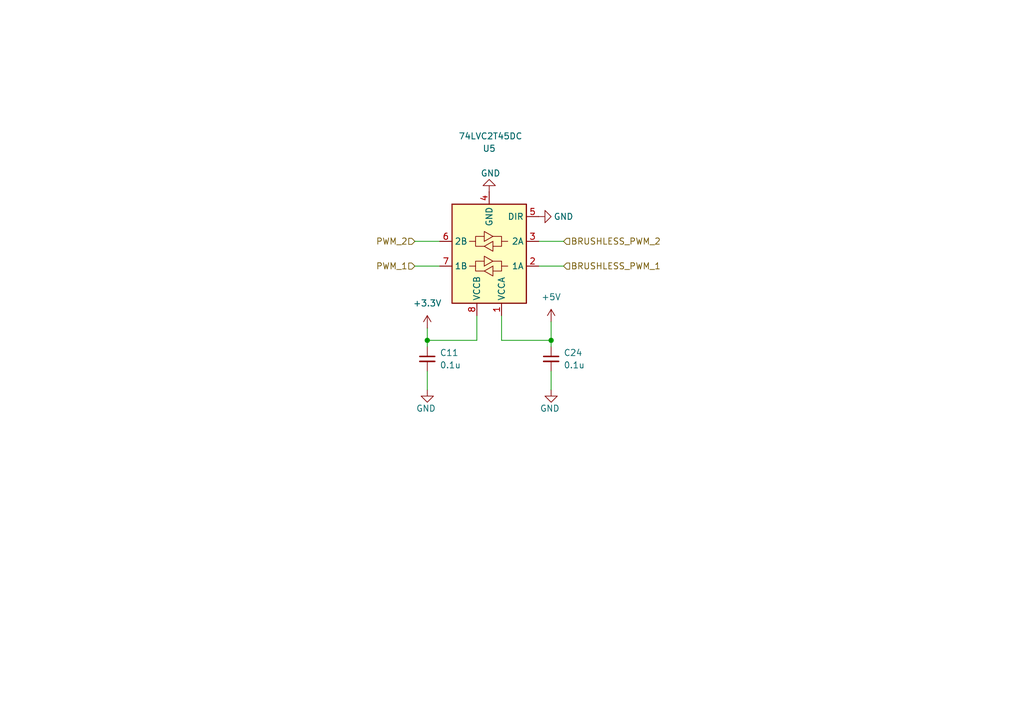
<source format=kicad_sch>
(kicad_sch (version 20250114) (generator "eeschema") (generator_version "9.0")
  (paper "A5")
  (lib_symbols
    (symbol "Device:C_Small" (pin_numbers (hide yes)) (pin_names (offset 0.254) (hide yes))
      (property "Reference" "C" (at 0.254 1.778 0))
      (property "Value" "C_Small" (at 0.254 -2.032 0))
      (symbol "C_Small_0_1"
        (polyline (pts (xy -1.524 0.508) (xy 1.524 0.508)) (stroke (width 0.3048)))
        (polyline (pts (xy -1.524 -0.508) (xy 1.524 -0.508)) (stroke (width 0.3302)))
      )
      (symbol "C_Small_1_1"
        (pin passive line (at 0 2.54 270) (length 2.032) (name "~") (number "1"))
        (pin passive line (at 0 -2.54 90) (length 2.032) (name "~") (number "2"))
      )
    )
    (symbol "Logic_LevelTranslator:74LVCH2T45DC"
      (property "Reference" "U" (at 6.35 -11.43 0))
      (property "Value" "74LVCH2T45DC" (at 10.16 11.43 0))
      (symbol "74LVCH2T45DC_1_1"
        (rectangle (start -7.62 10.16) (end 7.62 -10.16) (stroke (width 0.254)) (fill (type background)))
        (polyline (pts (xy -2.54 2.54) (xy -2.54 3.556) (xy -0.762 3.556)))
        (polyline (pts (xy -2.54 -2.54) (xy -2.54 -1.524) (xy -0.762 -1.524)))
        (polyline (pts (xy -0.762 2.54) (xy -0.762 4.572) (xy 1.016 3.556) (xy -0.762 2.54)))
        (polyline (pts (xy -0.762 1.524) (xy -2.54 1.524) (xy -2.54 2.54) (xy -3.81 2.54)))
        (polyline (pts (xy -0.762 -2.54) (xy -0.762 -0.508) (xy 1.016 -1.524) (xy -0.762 -2.54)))
        (polyline (pts (xy -0.762 -3.556) (xy -2.54 -3.556) (xy -2.54 -2.54) (xy -3.81 -2.54)))
        (polyline (pts (xy 1.016 3.556) (xy 2.794 3.556) (xy 2.794 2.54) (xy 4.064 2.54)))
        (polyline (pts (xy 1.016 2.54) (xy 1.016 0.762) (xy 1.016 0.508) (xy -0.762 1.524) (xy 1.016 2.54)))
        (polyline (pts (xy 1.016 -1.524) (xy 2.794 -1.524) (xy 2.794 -2.54) (xy 4.064 -2.54)))
        (polyline (pts (xy 1.016 -2.54) (xy 1.016 -4.318) (xy 1.016 -4.572) (xy -0.762 -3.556) (xy 1.016 -2.54)))
        (polyline (pts (xy 2.794 2.54) (xy 2.794 1.524) (xy 1.016 1.524)))
        (polyline (pts (xy 2.794 -2.54) (xy 2.794 -3.556) (xy 1.016 -3.556)))
        (pin bidirectional line (at -10.16 2.54 0) (length 2.54) (name "1A") (number "2"))
        (pin bidirectional line (at -10.16 -2.54 0) (length 2.54) (name "2A") (number "3"))
        (pin input line (at -10.16 -7.62 0) (length 2.54) (name "DIR") (number "5"))
        (pin power_in line (at -2.54 12.7 270) (length 2.54) (name "VCCA") (number "1"))
        (pin power_in line (at 0 -12.7 90) (length 2.54) (name "GND") (number "4"))
        (pin power_in line (at 2.54 12.7 270) (length 2.54) (name "VCCB") (number "8"))
        (pin bidirectional line (at 10.16 2.54 180) (length 2.54) (name "1B") (number "7"))
        (pin bidirectional line (at 10.16 -2.54 180) (length 2.54) (name "2B") (number "6"))
      )
    )
    (symbol "power:+3.3V" (power) (pin_numbers (hide yes)) (pin_names (offset 0) (hide yes))
      (property "Value" "+3.3V" (at 0 3.556 0))
      (symbol "+3.3V_0_1"
        (polyline (pts (xy -0.762 1.27) (xy 0 2.54)))
        (polyline (pts (xy 0 2.54) (xy 0.762 1.27)))
        (polyline (pts (xy 0 0) (xy 0 2.54)))
      )
      (symbol "+3.3V_1_1"
        (pin power_in line (at 0 0 90) (length 0) (name "~") (number "1"))
      )
    )
    (symbol "power:+5V" (power) (pin_numbers (hide yes)) (pin_names (offset 0) (hide yes))
      (property "Value" "+5V" (at 0 3.556 0))
      (symbol "+5V_0_1"
        (polyline (pts (xy -0.762 1.27) (xy 0 2.54)))
        (polyline (pts (xy 0 2.54) (xy 0.762 1.27)))
        (polyline (pts (xy 0 0) (xy 0 2.54)))
      )
      (symbol "+5V_1_1"
        (pin power_in line (at 0 0 90) (length 0) (name "~") (number "1"))
      )
    )
    (symbol "power:GND" (power) (pin_numbers (hide yes)) (pin_names (offset 0) (hide yes))
      (property "Value" "GND" (at 0 -3.81 0))
      (symbol "GND_0_1"
        (polyline (pts (xy 0 0) (xy 0 -1.27) (xy 1.27 -1.27) (xy 0 -2.54) (xy -1.27 -1.27) (xy 0 -1.27)))
      )
      (symbol "GND_1_1"
        (pin power_in line (at 0 0 270) (length 0) (name "~") (number "1"))
      )
    )
  )
  (junction (at 87.63 69.85))
  (junction (at 113.03 69.85))
  (wire (pts (xy 102.87 69.85) (xy 113.03 69.85)))
  (wire (pts (xy 97.79 69.85) (xy 97.79 64.77)))
  (wire (pts (xy 113.03 69.85) (xy 113.03 71.12)))
  (wire (pts (xy 87.63 69.85) (xy 97.79 69.85)))
  (wire (pts (xy 85.09 54.61) (xy 90.17 54.61)))
  (wire (pts (xy 87.63 76.2) (xy 87.63 80.01)))
  (wire (pts (xy 115.57 49.53) (xy 110.49 49.53)))
  (wire (pts (xy 113.03 76.2) (xy 113.03 80.01)))
  (wire (pts (xy 113.03 69.85) (xy 113.03 66.04)))
  (wire (pts (xy 85.09 49.53) (xy 90.17 49.53)))
  (wire (pts (xy 110.49 54.61) (xy 115.57 54.61)))
  (wire (pts (xy 87.63 67.31) (xy 87.63 69.85)))
  (wire (pts (xy 102.87 64.77) (xy 102.87 69.85)))
  (wire (pts (xy 87.63 69.85) (xy 87.63 71.12)))
  (hierarchical_label "PWM_1" (shape input) (at 85.09 54.61 180))
  (hierarchical_label "BRUSHLESS_PWM_2" (shape input) (at 115.57 49.53 0))
  (hierarchical_label "BRUSHLESS_PWM_1" (shape input) (at 115.57 54.61 0))
  (hierarchical_label "PWM_2" (shape input) (at 85.09 49.53 180))
  (symbol (lib_id "power:GND") (at 113.03 80.01 0) (unit 1)
    (property "Reference" "#PWR074" (effects (hide yes)))
    (property "Value" "GND" (at 114.808 83.82 0) (effects (justify right)))
    (property "Description" "Power symbol creates a global label with name \"GND\" , ground" (effects (hide yes)))
  )
  (symbol (lib_id "power:GND") (at 100.33 39.37 180) (unit 1)
    (property "Reference" "#PWR070" (effects (hide yes)))
    (property "Value" "GND" (at 98.552 35.56 0) (effects (justify right)))
    (property "Description" "Power symbol creates a global label with name \"GND\" , ground" (effects (hide yes)))
  )
  (symbol (lib_id "Device:C_Small") (at 87.63 73.66 0) (unit 1)
    (property "Reference" "C11" (at 90.17 72.3962 0) (effects (justify left)))
    (property "Value" "0.1u" (at 90.17 74.9362 0) (effects (justify left)))
    (property "Footprint" "Capacitor_SMD:C_0603_1608Metric_Pad1.08x0.95mm_HandSolder" (effects (hide yes)))
    (property "Description" "0.1 µF ±10% 16V Ceramic Capacitor X7R 0603 (1608 Metric)" (effects (hide yes)))
    (property "DigiKey Link" "https://www.digikey.com/en/products/detail/samsung-electro-mechanics/CL10B104KO8NNNC/3886663" (effects (hide yes)))
    (property "MPN" "CL10B104KO8NNNC" (effects (hide yes)))
    (property "Manufacturer" "Samsung Electro-Mechanics" (effects (hide yes)))
  )
  (symbol (lib_id "power:GND") (at 87.63 80.01 0) (unit 1)
    (property "Reference" "#PWR073" (effects (hide yes)))
    (property "Value" "GND" (at 89.408 83.82 0) (effects (justify right)))
    (property "Description" "Power symbol creates a global label with name \"GND\" , ground" (effects (hide yes)))
  )
  (symbol (lib_id "power:+5V") (at 113.03 66.04 0) (unit 1)
    (property "Reference" "#PWR072" (effects (hide yes)))
    (property "Value" "+5V" (at 113.03 60.96 0))
    (property "Description" "Power symbol creates a global label with name \"+5V\"" (effects (hide yes)))
  )
  (symbol (lib_id "Logic_LevelTranslator:74LVCH2T45DC") (at 100.33 52.07 180) (unit 1)
    (property "Reference" "U5" (at 100.33 30.48 0))
    (property "Value" "74LVC2T45DC" (at 100.584 27.94 0))
    (property "Footprint" "Package_SO:VSSOP-8_2.3x2mm_P0.5mm" (effects (hide yes)))
    (property "Datasheet" "https://assets.nexperia.com/documents/data-sheet/74LVC_LVCH2T45.pdf" (effects (hide yes)))
    (property "Description" "Voltage Level Translator Bidirectional 1 Circuit 2 Channel 420Mbps 8-VSSOP" (effects (hide yes)))
    (property "MPN" "74LVC2T45DC,125" (effects (hide yes)))
    (property "Manufacturer" "Nexperia USA Inc." (effects (hide yes)))
    (property "DigiKey Link" "https://www.digikey.com/en/products/detail/nexperia-usa-inc/74LVC2T45DC-125/2530595" (effects (hide yes)))
  )
  (symbol (lib_id "Device:C_Small") (at 113.03 73.66 0) (unit 1)
    (property "Reference" "C24" (at 115.57 72.3962 0) (effects (justify left)))
    (property "Value" "0.1u" (at 115.57 74.9362 0) (effects (justify left)))
    (property "Footprint" "Capacitor_SMD:C_0603_1608Metric_Pad1.08x0.95mm_HandSolder" (effects (hide yes)))
    (property "Description" "0.1 µF ±10% 16V Ceramic Capacitor X7R 0603 (1608 Metric)" (effects (hide yes)))
    (property "DigiKey Link" "https://www.digikey.com/en/products/detail/samsung-electro-mechanics/CL10B104KO8NNNC/3886663" (effects (hide yes)))
    (property "MPN" "CL10B104KO8NNNC" (effects (hide yes)))
    (property "Manufacturer" "Samsung Electro-Mechanics" (effects (hide yes)))
  )
  (symbol (lib_id "power:+3.3V") (at 87.63 67.31 0) (unit 1)
    (property "Reference" "#PWR071" (effects (hide yes)))
    (property "Value" "+3.3V" (at 87.63 62.23 0))
    (property "Description" "Power symbol creates a global label with name \"+3.3V\"" (effects (hide yes)))
  )
  (symbol (lib_id "power:GND") (at 110.49 44.45 90) (unit 1)
    (property "Reference" "#PWR046" (effects (hide yes)))
    (property "Value" "GND" (at 115.57 44.45 90))
    (property "Description" "Power symbol creates a global label with name \"GND\" , ground" (effects (hide yes)))
  )
)
</source>
